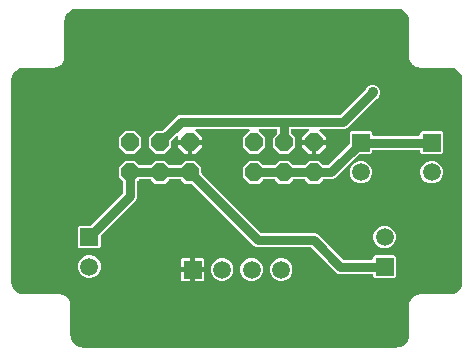
<source format=gbr>
G04 EAGLE Gerber RS-274X export*
G75*
%MOMM*%
%FSLAX34Y34*%
%LPD*%
%INBottom Copper*%
%IPPOS*%
%AMOC8*
5,1,8,0,0,1.08239X$1,22.5*%
G01*
%ADD10P,1.649562X8X22.500000*%
%ADD11R,1.508000X1.508000*%
%ADD12C,1.508000*%
%ADD13C,0.906400*%
%ADD14C,0.800000*%

G36*
X135046Y-140993D02*
X135046Y-140993D01*
X135087Y-140995D01*
X136824Y-140844D01*
X136918Y-140822D01*
X136995Y-140813D01*
X138679Y-140362D01*
X138768Y-140324D01*
X138843Y-140303D01*
X140422Y-139566D01*
X140503Y-139513D01*
X140573Y-139479D01*
X142001Y-138479D01*
X142072Y-138413D01*
X142134Y-138367D01*
X143367Y-137134D01*
X143425Y-137057D01*
X143479Y-137001D01*
X144479Y-135573D01*
X144518Y-135495D01*
X144563Y-135428D01*
X144563Y-135427D01*
X144566Y-135422D01*
X145303Y-133843D01*
X145331Y-133750D01*
X145362Y-133679D01*
X145813Y-131995D01*
X145825Y-131899D01*
X145844Y-131824D01*
X145995Y-130087D01*
X145993Y-130041D01*
X145999Y-130000D01*
X145999Y-105044D01*
X146140Y-103438D01*
X146546Y-101923D01*
X146765Y-101453D01*
X147208Y-100502D01*
X148108Y-99217D01*
X149217Y-98108D01*
X150502Y-97208D01*
X151923Y-96546D01*
X153438Y-96140D01*
X155044Y-95999D01*
X180000Y-95999D01*
X180046Y-95993D01*
X180087Y-95995D01*
X181824Y-95844D01*
X181918Y-95822D01*
X181995Y-95813D01*
X183679Y-95362D01*
X183768Y-95324D01*
X183843Y-95303D01*
X185422Y-94566D01*
X185503Y-94513D01*
X185573Y-94479D01*
X187001Y-93479D01*
X187072Y-93413D01*
X187134Y-93367D01*
X188367Y-92134D01*
X188425Y-92057D01*
X188479Y-92001D01*
X189479Y-90573D01*
X189523Y-90487D01*
X189566Y-90422D01*
X190014Y-89462D01*
X190303Y-88843D01*
X190331Y-88750D01*
X190362Y-88679D01*
X190813Y-86995D01*
X190825Y-86899D01*
X190844Y-86824D01*
X190995Y-85087D01*
X190993Y-85041D01*
X190999Y-85000D01*
X190999Y85000D01*
X190993Y85046D01*
X190995Y85087D01*
X190844Y86824D01*
X190822Y86918D01*
X190813Y86995D01*
X190362Y88679D01*
X190324Y88768D01*
X190303Y88843D01*
X189566Y90422D01*
X189513Y90503D01*
X189479Y90573D01*
X188479Y92001D01*
X188413Y92072D01*
X188367Y92134D01*
X187134Y93367D01*
X187057Y93425D01*
X187001Y93479D01*
X185573Y94479D01*
X185487Y94523D01*
X185422Y94566D01*
X183843Y95303D01*
X183750Y95331D01*
X183679Y95362D01*
X181995Y95813D01*
X181899Y95825D01*
X181824Y95844D01*
X180087Y95995D01*
X180041Y95993D01*
X180000Y95999D01*
X155044Y95999D01*
X153438Y96140D01*
X151923Y96546D01*
X150502Y97208D01*
X149217Y98108D01*
X148108Y99217D01*
X147208Y100502D01*
X146546Y101923D01*
X146140Y103438D01*
X145999Y105044D01*
X145999Y135000D01*
X145993Y135046D01*
X145995Y135087D01*
X145844Y136824D01*
X145824Y136907D01*
X145824Y136920D01*
X145820Y136937D01*
X145813Y136995D01*
X145362Y138679D01*
X145324Y138768D01*
X145303Y138843D01*
X144566Y140422D01*
X144513Y140503D01*
X144479Y140573D01*
X143479Y142001D01*
X143413Y142072D01*
X143367Y142134D01*
X142134Y143367D01*
X142057Y143425D01*
X142001Y143479D01*
X140573Y144479D01*
X140487Y144523D01*
X140422Y144566D01*
X138843Y145303D01*
X138750Y145331D01*
X138679Y145362D01*
X136995Y145813D01*
X136899Y145825D01*
X136824Y145844D01*
X135087Y145995D01*
X135041Y145993D01*
X135000Y145999D01*
X-135000Y145999D01*
X-135046Y145993D01*
X-135087Y145995D01*
X-136824Y145844D01*
X-136918Y145822D01*
X-136995Y145813D01*
X-138679Y145362D01*
X-138768Y145324D01*
X-138843Y145303D01*
X-140422Y144566D01*
X-140503Y144513D01*
X-140573Y144479D01*
X-142001Y143479D01*
X-142072Y143413D01*
X-142134Y143367D01*
X-143367Y142134D01*
X-143425Y142057D01*
X-143479Y142001D01*
X-144479Y140573D01*
X-144523Y140487D01*
X-144566Y140422D01*
X-144663Y140214D01*
X-145129Y139215D01*
X-145129Y139214D01*
X-145303Y138843D01*
X-145331Y138750D01*
X-145362Y138679D01*
X-145813Y136995D01*
X-145818Y136953D01*
X-145820Y136946D01*
X-145821Y136935D01*
X-145825Y136899D01*
X-145844Y136824D01*
X-145995Y135087D01*
X-145993Y135041D01*
X-145999Y135000D01*
X-145999Y105044D01*
X-146140Y103438D01*
X-146546Y101923D01*
X-146863Y101243D01*
X-147208Y100502D01*
X-148108Y99217D01*
X-149217Y98108D01*
X-150502Y97208D01*
X-151923Y96546D01*
X-153438Y96140D01*
X-155044Y95999D01*
X-180000Y95999D01*
X-180046Y95993D01*
X-180087Y95995D01*
X-181824Y95844D01*
X-181918Y95822D01*
X-181995Y95813D01*
X-183679Y95362D01*
X-183768Y95324D01*
X-183843Y95303D01*
X-185422Y94566D01*
X-185503Y94513D01*
X-185573Y94479D01*
X-187001Y93479D01*
X-187072Y93413D01*
X-187134Y93367D01*
X-188367Y92134D01*
X-188425Y92057D01*
X-188479Y92001D01*
X-189479Y90573D01*
X-189523Y90487D01*
X-189566Y90422D01*
X-189646Y90252D01*
X-189646Y90251D01*
X-190303Y88843D01*
X-190331Y88750D01*
X-190362Y88679D01*
X-190813Y86995D01*
X-190825Y86899D01*
X-190844Y86824D01*
X-190995Y85087D01*
X-190993Y85041D01*
X-190999Y85000D01*
X-190999Y-85000D01*
X-190993Y-85046D01*
X-190995Y-85087D01*
X-190844Y-86824D01*
X-190822Y-86918D01*
X-190813Y-86995D01*
X-190362Y-88679D01*
X-190324Y-88768D01*
X-190303Y-88843D01*
X-189566Y-90422D01*
X-189513Y-90503D01*
X-189479Y-90573D01*
X-188479Y-92001D01*
X-188413Y-92072D01*
X-188367Y-92134D01*
X-187134Y-93367D01*
X-187057Y-93425D01*
X-187001Y-93479D01*
X-185573Y-94479D01*
X-185487Y-94523D01*
X-185422Y-94566D01*
X-183843Y-95303D01*
X-183750Y-95331D01*
X-183679Y-95362D01*
X-181995Y-95813D01*
X-181899Y-95825D01*
X-181824Y-95844D01*
X-180087Y-95995D01*
X-180041Y-95993D01*
X-180000Y-95999D01*
X-150044Y-95999D01*
X-148438Y-96140D01*
X-146923Y-96546D01*
X-145502Y-97208D01*
X-144217Y-98108D01*
X-143108Y-99217D01*
X-142208Y-100502D01*
X-141546Y-101923D01*
X-141140Y-103438D01*
X-140999Y-105044D01*
X-140999Y-130000D01*
X-140993Y-130046D01*
X-140995Y-130087D01*
X-140844Y-131824D01*
X-140822Y-131918D01*
X-140813Y-131995D01*
X-140362Y-133679D01*
X-140324Y-133768D01*
X-140303Y-133843D01*
X-139566Y-135422D01*
X-139513Y-135503D01*
X-139479Y-135573D01*
X-138479Y-137001D01*
X-138413Y-137072D01*
X-138367Y-137134D01*
X-137134Y-138367D01*
X-137057Y-138425D01*
X-137001Y-138479D01*
X-135573Y-139479D01*
X-135487Y-139523D01*
X-135422Y-139566D01*
X-133843Y-140303D01*
X-133750Y-140331D01*
X-133679Y-140362D01*
X-131995Y-140813D01*
X-131899Y-140825D01*
X-131824Y-140844D01*
X-130087Y-140995D01*
X-130041Y-140993D01*
X-130000Y-140999D01*
X135000Y-140999D01*
X135046Y-140993D01*
G37*
%LPC*%
G36*
X116631Y-82041D02*
X116631Y-82041D01*
X115459Y-80869D01*
X115459Y-79500D01*
X115450Y-79436D01*
X115451Y-79372D01*
X115430Y-79297D01*
X115419Y-79221D01*
X115393Y-79162D01*
X115376Y-79100D01*
X115335Y-79034D01*
X115303Y-78964D01*
X115261Y-78915D01*
X115228Y-78860D01*
X115170Y-78808D01*
X115120Y-78750D01*
X115066Y-78714D01*
X115018Y-78671D01*
X114949Y-78638D01*
X114884Y-78595D01*
X114822Y-78576D01*
X114765Y-78548D01*
X114695Y-78537D01*
X114614Y-78513D01*
X114529Y-78512D01*
X114460Y-78501D01*
X86306Y-78501D01*
X84101Y-77587D01*
X62807Y-56293D01*
X62730Y-56236D01*
X62659Y-56171D01*
X62618Y-56151D01*
X62582Y-56124D01*
X62491Y-56090D01*
X62405Y-56048D01*
X62363Y-56042D01*
X62318Y-56025D01*
X62190Y-56015D01*
X62101Y-56001D01*
X16506Y-56001D01*
X14301Y-55087D01*
X12472Y-53259D01*
X-38173Y-2613D01*
X-38250Y-2556D01*
X-38321Y-2491D01*
X-38362Y-2471D01*
X-38398Y-2444D01*
X-38489Y-2410D01*
X-38575Y-2368D01*
X-38617Y-2362D01*
X-38662Y-2345D01*
X-38790Y-2335D01*
X-38879Y-2321D01*
X-43585Y-2321D01*
X-46912Y1007D01*
X-46989Y1064D01*
X-47061Y1129D01*
X-47101Y1149D01*
X-47138Y1176D01*
X-47228Y1210D01*
X-47314Y1252D01*
X-47356Y1258D01*
X-47402Y1275D01*
X-47529Y1285D01*
X-47619Y1299D01*
X-56981Y1299D01*
X-57076Y1286D01*
X-57172Y1281D01*
X-57215Y1266D01*
X-57260Y1259D01*
X-57348Y1220D01*
X-57439Y1188D01*
X-57473Y1163D01*
X-57517Y1143D01*
X-57615Y1060D01*
X-57688Y1007D01*
X-61015Y-2321D01*
X-68985Y-2321D01*
X-72312Y1007D01*
X-72389Y1064D01*
X-72461Y1129D01*
X-72501Y1149D01*
X-72538Y1176D01*
X-72628Y1210D01*
X-72714Y1252D01*
X-72756Y1258D01*
X-72802Y1275D01*
X-72929Y1285D01*
X-73019Y1299D01*
X-82381Y1299D01*
X-82476Y1286D01*
X-82572Y1281D01*
X-82615Y1266D01*
X-82660Y1259D01*
X-82748Y1220D01*
X-82839Y1188D01*
X-82873Y1163D01*
X-82917Y1143D01*
X-83014Y1060D01*
X-83088Y1007D01*
X-84107Y-12D01*
X-84164Y-89D01*
X-84229Y-161D01*
X-84249Y-201D01*
X-84276Y-238D01*
X-84310Y-328D01*
X-84352Y-414D01*
X-84358Y-456D01*
X-84375Y-502D01*
X-84385Y-629D01*
X-84399Y-719D01*
X-84399Y-14094D01*
X-85313Y-16299D01*
X-87141Y-18128D01*
X-115167Y-46153D01*
X-115224Y-46230D01*
X-115289Y-46301D01*
X-115309Y-46342D01*
X-115336Y-46378D01*
X-115370Y-46468D01*
X-115412Y-46555D01*
X-115418Y-46597D01*
X-115435Y-46642D01*
X-115445Y-46770D01*
X-115459Y-46859D01*
X-115459Y-55869D01*
X-116631Y-57041D01*
X-133369Y-57041D01*
X-134541Y-55869D01*
X-134541Y-39131D01*
X-133369Y-37959D01*
X-124359Y-37959D01*
X-124265Y-37946D01*
X-124168Y-37941D01*
X-124125Y-37926D01*
X-124080Y-37919D01*
X-123993Y-37880D01*
X-123902Y-37848D01*
X-123867Y-37823D01*
X-123823Y-37803D01*
X-123726Y-37720D01*
X-123653Y-37667D01*
X-96693Y-10707D01*
X-96636Y-10630D01*
X-96571Y-10559D01*
X-96551Y-10518D01*
X-96524Y-10482D01*
X-96490Y-10391D01*
X-96448Y-10305D01*
X-96442Y-10263D01*
X-96425Y-10218D01*
X-96415Y-10090D01*
X-96401Y-10001D01*
X-96401Y-719D01*
X-96414Y-624D01*
X-96419Y-528D01*
X-96434Y-485D01*
X-96441Y-440D01*
X-96480Y-352D01*
X-96512Y-261D01*
X-96537Y-227D01*
X-96557Y-183D01*
X-96640Y-86D01*
X-96693Y-12D01*
X-100021Y3315D01*
X-100021Y11285D01*
X-94385Y16921D01*
X-86415Y16921D01*
X-83088Y13593D01*
X-83011Y13536D01*
X-82939Y13471D01*
X-82899Y13451D01*
X-82862Y13424D01*
X-82772Y13390D01*
X-82686Y13348D01*
X-82644Y13342D01*
X-82598Y13325D01*
X-82471Y13315D01*
X-82381Y13301D01*
X-73019Y13301D01*
X-72924Y13314D01*
X-72828Y13319D01*
X-72785Y13334D01*
X-72740Y13341D01*
X-72652Y13380D01*
X-72561Y13412D01*
X-72527Y13437D01*
X-72483Y13457D01*
X-72386Y13540D01*
X-72312Y13593D01*
X-68985Y16921D01*
X-61015Y16921D01*
X-57688Y13593D01*
X-57611Y13536D01*
X-57539Y13471D01*
X-57499Y13451D01*
X-57462Y13424D01*
X-57372Y13390D01*
X-57286Y13348D01*
X-57244Y13342D01*
X-57198Y13325D01*
X-57071Y13315D01*
X-56981Y13301D01*
X-47619Y13301D01*
X-47524Y13314D01*
X-47428Y13319D01*
X-47385Y13334D01*
X-47340Y13341D01*
X-47252Y13380D01*
X-47161Y13412D01*
X-47127Y13437D01*
X-47083Y13457D01*
X-46985Y13540D01*
X-46912Y13593D01*
X-43585Y16921D01*
X-35615Y16921D01*
X-29979Y11285D01*
X-29979Y6579D01*
X-29966Y6485D01*
X-29961Y6388D01*
X-29946Y6345D01*
X-29939Y6300D01*
X-29900Y6213D01*
X-29868Y6122D01*
X-29843Y6087D01*
X-29823Y6043D01*
X-29740Y5946D01*
X-29687Y5873D01*
X19893Y-43707D01*
X19970Y-43764D01*
X20041Y-43829D01*
X20082Y-43849D01*
X20118Y-43876D01*
X20209Y-43910D01*
X20295Y-43952D01*
X20337Y-43958D01*
X20382Y-43975D01*
X20510Y-43985D01*
X20599Y-43999D01*
X66194Y-43999D01*
X68399Y-44913D01*
X89693Y-66207D01*
X89770Y-66264D01*
X89841Y-66329D01*
X89882Y-66349D01*
X89918Y-66376D01*
X90009Y-66410D01*
X90095Y-66452D01*
X90137Y-66458D01*
X90182Y-66475D01*
X90310Y-66485D01*
X90399Y-66499D01*
X114460Y-66499D01*
X114524Y-66490D01*
X114588Y-66491D01*
X114663Y-66470D01*
X114739Y-66459D01*
X114798Y-66433D01*
X114860Y-66416D01*
X114926Y-66375D01*
X114996Y-66343D01*
X115045Y-66301D01*
X115100Y-66268D01*
X115152Y-66210D01*
X115210Y-66160D01*
X115246Y-66106D01*
X115289Y-66058D01*
X115322Y-65989D01*
X115365Y-65924D01*
X115384Y-65862D01*
X115412Y-65805D01*
X115423Y-65735D01*
X115447Y-65654D01*
X115448Y-65569D01*
X115459Y-65500D01*
X115459Y-64131D01*
X116631Y-62959D01*
X133369Y-62959D01*
X134541Y-64131D01*
X134541Y-80869D01*
X133369Y-82041D01*
X116631Y-82041D01*
G37*
%LPD*%
%LPC*%
G36*
X-68985Y23079D02*
X-68985Y23079D01*
X-74621Y28715D01*
X-74621Y36685D01*
X-68985Y42321D01*
X-64279Y42321D01*
X-64185Y42334D01*
X-64088Y42339D01*
X-64045Y42354D01*
X-64000Y42361D01*
X-63913Y42400D01*
X-63822Y42432D01*
X-63787Y42457D01*
X-63743Y42477D01*
X-63646Y42560D01*
X-63573Y42613D01*
X-51099Y55087D01*
X-48894Y56001D01*
X87101Y56001D01*
X87195Y56014D01*
X87292Y56019D01*
X87335Y56034D01*
X87380Y56041D01*
X87467Y56080D01*
X87558Y56112D01*
X87593Y56137D01*
X87637Y56157D01*
X87734Y56240D01*
X87807Y56293D01*
X108789Y77276D01*
X108814Y77309D01*
X108845Y77337D01*
X108890Y77410D01*
X108959Y77501D01*
X108979Y77556D01*
X109006Y77600D01*
X109462Y78701D01*
X111299Y80538D01*
X113701Y81533D01*
X116299Y81533D01*
X118701Y80538D01*
X120538Y78701D01*
X121533Y76299D01*
X121533Y73701D01*
X120538Y71299D01*
X118701Y69462D01*
X117600Y69006D01*
X117564Y68985D01*
X117525Y68971D01*
X117455Y68920D01*
X117357Y68862D01*
X117317Y68819D01*
X117276Y68789D01*
X93399Y44913D01*
X91194Y43999D01*
X70883Y43999D01*
X70851Y43995D01*
X70818Y43997D01*
X70712Y43975D01*
X70603Y43959D01*
X70574Y43946D01*
X70542Y43940D01*
X70446Y43888D01*
X70346Y43843D01*
X70322Y43822D01*
X70293Y43807D01*
X70215Y43731D01*
X70132Y43660D01*
X70114Y43633D01*
X70091Y43610D01*
X70038Y43515D01*
X69978Y43424D01*
X69968Y43393D01*
X69952Y43365D01*
X69927Y43258D01*
X69895Y43154D01*
X69895Y43122D01*
X69887Y43091D01*
X69893Y42981D01*
X69892Y42872D01*
X69900Y42841D01*
X69902Y42809D01*
X69938Y42706D01*
X69967Y42600D01*
X69984Y42573D01*
X69994Y42542D01*
X70048Y42469D01*
X70115Y42360D01*
X70151Y42328D01*
X70176Y42293D01*
X75561Y36909D01*
X75561Y34699D01*
X66400Y34699D01*
X66337Y34690D01*
X66272Y34691D01*
X66198Y34670D01*
X66121Y34659D01*
X66062Y34633D01*
X66000Y34616D01*
X65934Y34575D01*
X65864Y34543D01*
X65815Y34501D01*
X65760Y34468D01*
X65709Y34410D01*
X65650Y34360D01*
X65614Y34306D01*
X65571Y34258D01*
X65538Y34189D01*
X65495Y34124D01*
X65476Y34062D01*
X65448Y34005D01*
X65438Y33935D01*
X65413Y33854D01*
X65412Y33769D01*
X65401Y33700D01*
X65401Y32699D01*
X65399Y32699D01*
X65399Y33700D01*
X65390Y33764D01*
X65391Y33828D01*
X65370Y33903D01*
X65359Y33979D01*
X65333Y34038D01*
X65316Y34100D01*
X65275Y34166D01*
X65243Y34236D01*
X65201Y34285D01*
X65168Y34340D01*
X65110Y34392D01*
X65060Y34450D01*
X65006Y34486D01*
X64958Y34529D01*
X64889Y34562D01*
X64824Y34605D01*
X64762Y34624D01*
X64704Y34652D01*
X64635Y34662D01*
X64554Y34687D01*
X64469Y34688D01*
X64400Y34699D01*
X55239Y34699D01*
X55239Y36909D01*
X60624Y42293D01*
X60643Y42319D01*
X60668Y42340D01*
X60728Y42432D01*
X60793Y42519D01*
X60805Y42549D01*
X60822Y42576D01*
X60854Y42681D01*
X60893Y42783D01*
X60895Y42815D01*
X60905Y42846D01*
X60906Y42955D01*
X60915Y43064D01*
X60908Y43096D01*
X60908Y43128D01*
X60879Y43233D01*
X60857Y43340D01*
X60842Y43369D01*
X60833Y43400D01*
X60776Y43493D01*
X60725Y43589D01*
X60702Y43612D01*
X60685Y43640D01*
X60604Y43713D01*
X60528Y43791D01*
X60500Y43807D01*
X60476Y43829D01*
X60378Y43876D01*
X60282Y43930D01*
X60251Y43938D01*
X60222Y43952D01*
X60133Y43966D01*
X60008Y43995D01*
X59959Y43993D01*
X59917Y43999D01*
X47000Y43999D01*
X46936Y43990D01*
X46872Y43991D01*
X46797Y43970D01*
X46721Y43959D01*
X46662Y43933D01*
X46600Y43916D01*
X46534Y43875D01*
X46464Y43843D01*
X46415Y43801D01*
X46360Y43768D01*
X46308Y43710D01*
X46250Y43660D01*
X46214Y43606D01*
X46171Y43558D01*
X46138Y43489D01*
X46095Y43424D01*
X46076Y43362D01*
X46048Y43305D01*
X46037Y43235D01*
X46013Y43154D01*
X46012Y43069D01*
X46001Y43000D01*
X46001Y40719D01*
X46014Y40624D01*
X46019Y40528D01*
X46034Y40485D01*
X46041Y40440D01*
X46080Y40352D01*
X46112Y40261D01*
X46137Y40227D01*
X46157Y40183D01*
X46240Y40085D01*
X46293Y40012D01*
X49621Y36685D01*
X49621Y28715D01*
X43985Y23079D01*
X36015Y23079D01*
X30379Y28715D01*
X30379Y36685D01*
X33707Y40012D01*
X33764Y40089D01*
X33829Y40161D01*
X33849Y40202D01*
X33876Y40238D01*
X33910Y40328D01*
X33952Y40414D01*
X33958Y40456D01*
X33975Y40502D01*
X33985Y40629D01*
X33999Y40719D01*
X33999Y43000D01*
X33990Y43064D01*
X33991Y43128D01*
X33970Y43203D01*
X33959Y43279D01*
X33933Y43338D01*
X33916Y43400D01*
X33875Y43466D01*
X33843Y43536D01*
X33801Y43585D01*
X33768Y43640D01*
X33710Y43692D01*
X33660Y43750D01*
X33606Y43786D01*
X33558Y43829D01*
X33489Y43862D01*
X33424Y43905D01*
X33362Y43924D01*
X33305Y43952D01*
X33235Y43963D01*
X33154Y43987D01*
X33069Y43988D01*
X33000Y43999D01*
X19319Y43999D01*
X19287Y43995D01*
X19255Y43997D01*
X19148Y43975D01*
X19040Y43959D01*
X19010Y43946D01*
X18979Y43940D01*
X18882Y43888D01*
X18783Y43843D01*
X18758Y43822D01*
X18730Y43807D01*
X18652Y43731D01*
X18568Y43660D01*
X18551Y43633D01*
X18528Y43610D01*
X18474Y43515D01*
X18414Y43424D01*
X18405Y43393D01*
X18389Y43365D01*
X18363Y43258D01*
X18332Y43154D01*
X18331Y43122D01*
X18324Y43091D01*
X18329Y42981D01*
X18328Y42872D01*
X18336Y42841D01*
X18338Y42809D01*
X18374Y42706D01*
X18403Y42600D01*
X18420Y42573D01*
X18431Y42542D01*
X18484Y42469D01*
X18551Y42360D01*
X18587Y42328D01*
X18612Y42293D01*
X24221Y36685D01*
X24221Y28715D01*
X18585Y23079D01*
X10615Y23079D01*
X4979Y28715D01*
X4979Y36685D01*
X10588Y42293D01*
X10607Y42319D01*
X10632Y42340D01*
X10691Y42432D01*
X10757Y42519D01*
X10768Y42549D01*
X10786Y42576D01*
X10818Y42681D01*
X10857Y42783D01*
X10859Y42815D01*
X10868Y42846D01*
X10870Y42955D01*
X10878Y43064D01*
X10872Y43096D01*
X10872Y43128D01*
X10843Y43233D01*
X10821Y43340D01*
X10806Y43369D01*
X10797Y43400D01*
X10740Y43493D01*
X10688Y43589D01*
X10666Y43612D01*
X10649Y43640D01*
X10568Y43713D01*
X10491Y43791D01*
X10463Y43807D01*
X10440Y43829D01*
X10341Y43876D01*
X10246Y43930D01*
X10215Y43938D01*
X10186Y43952D01*
X10096Y43966D01*
X9972Y43995D01*
X9923Y43993D01*
X9881Y43999D01*
X-34117Y43999D01*
X-34149Y43995D01*
X-34182Y43997D01*
X-34288Y43975D01*
X-34397Y43959D01*
X-34426Y43946D01*
X-34458Y43940D01*
X-34554Y43888D01*
X-34654Y43843D01*
X-34678Y43822D01*
X-34707Y43807D01*
X-34785Y43731D01*
X-34868Y43660D01*
X-34886Y43633D01*
X-34909Y43610D01*
X-34962Y43515D01*
X-35022Y43424D01*
X-35032Y43393D01*
X-35048Y43365D01*
X-35073Y43258D01*
X-35105Y43154D01*
X-35105Y43122D01*
X-35113Y43091D01*
X-35107Y42981D01*
X-35108Y42872D01*
X-35100Y42841D01*
X-35098Y42809D01*
X-35062Y42706D01*
X-35033Y42600D01*
X-35016Y42573D01*
X-35006Y42542D01*
X-34952Y42469D01*
X-34885Y42360D01*
X-34849Y42328D01*
X-34824Y42293D01*
X-29439Y36909D01*
X-29439Y34699D01*
X-38600Y34699D01*
X-38663Y34690D01*
X-38728Y34691D01*
X-38802Y34670D01*
X-38879Y34659D01*
X-38938Y34633D01*
X-39000Y34616D01*
X-39066Y34575D01*
X-39136Y34543D01*
X-39185Y34501D01*
X-39240Y34468D01*
X-39291Y34410D01*
X-39350Y34360D01*
X-39386Y34306D01*
X-39429Y34258D01*
X-39462Y34189D01*
X-39505Y34124D01*
X-39524Y34062D01*
X-39552Y34005D01*
X-39562Y33935D01*
X-39587Y33854D01*
X-39588Y33769D01*
X-39599Y33700D01*
X-39599Y32699D01*
X-39601Y32699D01*
X-39601Y33700D01*
X-39610Y33764D01*
X-39609Y33828D01*
X-39630Y33903D01*
X-39641Y33979D01*
X-39667Y34038D01*
X-39684Y34100D01*
X-39725Y34166D01*
X-39757Y34236D01*
X-39799Y34285D01*
X-39832Y34340D01*
X-39890Y34392D01*
X-39940Y34450D01*
X-39994Y34486D01*
X-40042Y34529D01*
X-40111Y34562D01*
X-40176Y34605D01*
X-40238Y34624D01*
X-40296Y34652D01*
X-40365Y34662D01*
X-40446Y34687D01*
X-40531Y34688D01*
X-40600Y34699D01*
X-49761Y34699D01*
X-49761Y37041D01*
X-49765Y37073D01*
X-49763Y37105D01*
X-49785Y37212D01*
X-49801Y37320D01*
X-49814Y37349D01*
X-49820Y37381D01*
X-49872Y37477D01*
X-49917Y37577D01*
X-49938Y37601D01*
X-49953Y37630D01*
X-50029Y37708D01*
X-50100Y37791D01*
X-50127Y37809D01*
X-50150Y37832D01*
X-50245Y37886D01*
X-50336Y37945D01*
X-50367Y37955D01*
X-50395Y37971D01*
X-50501Y37996D01*
X-50606Y38028D01*
X-50638Y38028D01*
X-50669Y38036D01*
X-50779Y38030D01*
X-50888Y38032D01*
X-50919Y38023D01*
X-50951Y38021D01*
X-51054Y37986D01*
X-51160Y37956D01*
X-51187Y37939D01*
X-51218Y37929D01*
X-51291Y37876D01*
X-51400Y37808D01*
X-51432Y37772D01*
X-51467Y37747D01*
X-55087Y34127D01*
X-55144Y34050D01*
X-55209Y33979D01*
X-55229Y33938D01*
X-55256Y33902D01*
X-55290Y33811D01*
X-55332Y33725D01*
X-55338Y33683D01*
X-55355Y33638D01*
X-55365Y33510D01*
X-55379Y33421D01*
X-55379Y28715D01*
X-61015Y23079D01*
X-68985Y23079D01*
G37*
%LPD*%
%LPC*%
G36*
X10615Y-2321D02*
X10615Y-2321D01*
X4979Y3315D01*
X4979Y11285D01*
X10615Y16921D01*
X18585Y16921D01*
X21912Y13593D01*
X21989Y13536D01*
X22061Y13471D01*
X22102Y13451D01*
X22138Y13424D01*
X22228Y13390D01*
X22314Y13348D01*
X22356Y13342D01*
X22402Y13325D01*
X22529Y13315D01*
X22619Y13301D01*
X31981Y13301D01*
X32076Y13314D01*
X32172Y13319D01*
X32215Y13334D01*
X32260Y13341D01*
X32348Y13380D01*
X32439Y13412D01*
X32473Y13437D01*
X32517Y13457D01*
X32615Y13540D01*
X32688Y13593D01*
X36015Y16921D01*
X43985Y16921D01*
X47312Y13593D01*
X47389Y13536D01*
X47461Y13471D01*
X47502Y13451D01*
X47538Y13424D01*
X47628Y13390D01*
X47714Y13348D01*
X47756Y13342D01*
X47802Y13325D01*
X47929Y13315D01*
X48019Y13301D01*
X57381Y13301D01*
X57476Y13314D01*
X57572Y13319D01*
X57615Y13334D01*
X57660Y13341D01*
X57748Y13380D01*
X57839Y13412D01*
X57873Y13437D01*
X57917Y13457D01*
X58015Y13540D01*
X58088Y13593D01*
X61415Y16921D01*
X69385Y16921D01*
X72712Y13593D01*
X72789Y13536D01*
X72861Y13471D01*
X72902Y13451D01*
X72938Y13424D01*
X73028Y13390D01*
X73114Y13348D01*
X73156Y13342D01*
X73202Y13325D01*
X73329Y13315D01*
X73419Y13301D01*
X76901Y13301D01*
X76995Y13314D01*
X77092Y13319D01*
X77135Y13334D01*
X77180Y13341D01*
X77267Y13380D01*
X77358Y13412D01*
X77393Y13437D01*
X77437Y13457D01*
X77534Y13540D01*
X77607Y13593D01*
X95167Y31153D01*
X95210Y31211D01*
X95211Y31213D01*
X95224Y31230D01*
X95289Y31301D01*
X95309Y31342D01*
X95336Y31378D01*
X95358Y31436D01*
X95365Y31447D01*
X95374Y31477D01*
X95412Y31555D01*
X95418Y31597D01*
X95435Y31642D01*
X95439Y31690D01*
X95447Y31717D01*
X95448Y31789D01*
X95459Y31859D01*
X95459Y40869D01*
X96631Y42041D01*
X113369Y42041D01*
X114541Y40869D01*
X114541Y39500D01*
X114550Y39436D01*
X114549Y39372D01*
X114570Y39297D01*
X114581Y39221D01*
X114607Y39162D01*
X114624Y39100D01*
X114665Y39034D01*
X114697Y38964D01*
X114739Y38915D01*
X114772Y38860D01*
X114830Y38808D01*
X114880Y38750D01*
X114934Y38714D01*
X114982Y38671D01*
X115051Y38638D01*
X115116Y38595D01*
X115178Y38576D01*
X115235Y38548D01*
X115305Y38537D01*
X115386Y38513D01*
X115471Y38512D01*
X115540Y38501D01*
X154460Y38501D01*
X154524Y38510D01*
X154588Y38509D01*
X154663Y38530D01*
X154739Y38541D01*
X154798Y38567D01*
X154860Y38584D01*
X154926Y38625D01*
X154996Y38657D01*
X155045Y38699D01*
X155100Y38732D01*
X155152Y38790D01*
X155210Y38840D01*
X155246Y38894D01*
X155289Y38942D01*
X155322Y39011D01*
X155365Y39076D01*
X155384Y39138D01*
X155412Y39195D01*
X155423Y39265D01*
X155447Y39346D01*
X155448Y39431D01*
X155459Y39500D01*
X155459Y40869D01*
X156631Y42041D01*
X173369Y42041D01*
X174541Y40869D01*
X174541Y24131D01*
X173369Y22959D01*
X156631Y22959D01*
X155459Y24131D01*
X155459Y25500D01*
X155450Y25564D01*
X155451Y25628D01*
X155430Y25703D01*
X155419Y25779D01*
X155393Y25838D01*
X155376Y25900D01*
X155335Y25966D01*
X155303Y26036D01*
X155261Y26085D01*
X155228Y26140D01*
X155170Y26192D01*
X155120Y26250D01*
X155066Y26286D01*
X155018Y26329D01*
X154949Y26362D01*
X154884Y26405D01*
X154822Y26424D01*
X154765Y26452D01*
X154695Y26463D01*
X154614Y26487D01*
X154529Y26488D01*
X154460Y26499D01*
X115540Y26499D01*
X115476Y26490D01*
X115412Y26491D01*
X115337Y26470D01*
X115261Y26459D01*
X115202Y26433D01*
X115140Y26416D01*
X115074Y26375D01*
X115004Y26343D01*
X114955Y26301D01*
X114900Y26268D01*
X114848Y26210D01*
X114790Y26160D01*
X114754Y26106D01*
X114711Y26058D01*
X114678Y25989D01*
X114635Y25924D01*
X114616Y25862D01*
X114588Y25805D01*
X114577Y25735D01*
X114553Y25654D01*
X114552Y25569D01*
X114541Y25500D01*
X114541Y24131D01*
X113369Y22959D01*
X104359Y22959D01*
X104265Y22946D01*
X104168Y22941D01*
X104125Y22926D01*
X104080Y22919D01*
X103993Y22880D01*
X103902Y22848D01*
X103867Y22823D01*
X103823Y22803D01*
X103726Y22720D01*
X103653Y22667D01*
X83199Y2213D01*
X80994Y1299D01*
X73419Y1299D01*
X73324Y1286D01*
X73228Y1281D01*
X73185Y1266D01*
X73140Y1259D01*
X73052Y1220D01*
X72961Y1188D01*
X72927Y1163D01*
X72883Y1143D01*
X72786Y1060D01*
X72712Y1007D01*
X69385Y-2321D01*
X61415Y-2321D01*
X58088Y1007D01*
X58011Y1064D01*
X57939Y1129D01*
X57899Y1149D01*
X57862Y1176D01*
X57772Y1210D01*
X57686Y1252D01*
X57644Y1258D01*
X57598Y1275D01*
X57471Y1285D01*
X57381Y1299D01*
X48019Y1299D01*
X47924Y1286D01*
X47828Y1281D01*
X47785Y1266D01*
X47740Y1259D01*
X47652Y1220D01*
X47561Y1188D01*
X47527Y1163D01*
X47483Y1143D01*
X47386Y1060D01*
X47312Y1007D01*
X43985Y-2321D01*
X36015Y-2321D01*
X32688Y1007D01*
X32611Y1064D01*
X32539Y1129D01*
X32499Y1149D01*
X32462Y1176D01*
X32372Y1210D01*
X32286Y1252D01*
X32244Y1258D01*
X32198Y1275D01*
X32071Y1285D01*
X31981Y1299D01*
X22619Y1299D01*
X22524Y1286D01*
X22428Y1281D01*
X22385Y1266D01*
X22340Y1259D01*
X22252Y1220D01*
X22161Y1188D01*
X22127Y1163D01*
X22083Y1143D01*
X21986Y1060D01*
X21912Y1007D01*
X18585Y-2321D01*
X10615Y-2321D01*
G37*
%LPD*%
%LPC*%
G36*
X-94385Y23079D02*
X-94385Y23079D01*
X-100021Y28715D01*
X-100021Y36685D01*
X-94385Y42321D01*
X-86415Y42321D01*
X-80779Y36685D01*
X-80779Y28715D01*
X-86415Y23079D01*
X-94385Y23079D01*
G37*
%LPD*%
%LPC*%
G36*
X123102Y-57041D02*
X123102Y-57041D01*
X119596Y-55588D01*
X116912Y-52904D01*
X115459Y-49398D01*
X115459Y-45602D01*
X116912Y-42096D01*
X119596Y-39412D01*
X123102Y-37959D01*
X126898Y-37959D01*
X130404Y-39412D01*
X133088Y-42096D01*
X134541Y-45602D01*
X134541Y-49398D01*
X133088Y-52904D01*
X130404Y-55588D01*
X126898Y-57041D01*
X123102Y-57041D01*
G37*
%LPD*%
%LPC*%
G36*
X-126898Y-82041D02*
X-126898Y-82041D01*
X-130404Y-80588D01*
X-133088Y-77904D01*
X-134541Y-74398D01*
X-134541Y-70602D01*
X-133088Y-67096D01*
X-130404Y-64412D01*
X-126898Y-62959D01*
X-123102Y-62959D01*
X-119596Y-64412D01*
X-116912Y-67096D01*
X-115459Y-70602D01*
X-115459Y-74398D01*
X-116912Y-77904D01*
X-119596Y-80588D01*
X-123102Y-82041D01*
X-126898Y-82041D01*
G37*
%LPD*%
%LPC*%
G36*
X35602Y-84541D02*
X35602Y-84541D01*
X32096Y-83088D01*
X29412Y-80404D01*
X27959Y-76898D01*
X27959Y-73102D01*
X29412Y-69596D01*
X32096Y-66912D01*
X35602Y-65459D01*
X39398Y-65459D01*
X42904Y-66912D01*
X45588Y-69596D01*
X47041Y-73102D01*
X47041Y-76898D01*
X45588Y-80404D01*
X42904Y-83088D01*
X39398Y-84541D01*
X35602Y-84541D01*
G37*
%LPD*%
%LPC*%
G36*
X10602Y-84541D02*
X10602Y-84541D01*
X7096Y-83088D01*
X4412Y-80404D01*
X2959Y-76898D01*
X2959Y-73102D01*
X4412Y-69596D01*
X7096Y-66912D01*
X10602Y-65459D01*
X14398Y-65459D01*
X17904Y-66912D01*
X20588Y-69596D01*
X22041Y-73102D01*
X22041Y-76898D01*
X20588Y-80404D01*
X17904Y-83088D01*
X14398Y-84541D01*
X10602Y-84541D01*
G37*
%LPD*%
%LPC*%
G36*
X-14398Y-84541D02*
X-14398Y-84541D01*
X-17904Y-83088D01*
X-20588Y-80404D01*
X-22041Y-76898D01*
X-22041Y-73102D01*
X-20588Y-69596D01*
X-17904Y-66912D01*
X-14398Y-65459D01*
X-10602Y-65459D01*
X-7096Y-66912D01*
X-4412Y-69596D01*
X-2959Y-73102D01*
X-2959Y-76898D01*
X-4412Y-80404D01*
X-7096Y-83088D01*
X-10602Y-84541D01*
X-14398Y-84541D01*
G37*
%LPD*%
%LPC*%
G36*
X163102Y-2041D02*
X163102Y-2041D01*
X159596Y-588D01*
X156912Y2096D01*
X155459Y5602D01*
X155459Y9398D01*
X156912Y12904D01*
X159596Y15588D01*
X163102Y17041D01*
X166898Y17041D01*
X170404Y15588D01*
X173088Y12904D01*
X174541Y9398D01*
X174541Y5602D01*
X173088Y2096D01*
X170404Y-588D01*
X166898Y-2041D01*
X163102Y-2041D01*
G37*
%LPD*%
%LPC*%
G36*
X103102Y-2041D02*
X103102Y-2041D01*
X99596Y-588D01*
X96912Y2096D01*
X95459Y5602D01*
X95459Y9398D01*
X96912Y12904D01*
X99596Y15588D01*
X103102Y17041D01*
X106898Y17041D01*
X110404Y15588D01*
X113088Y12904D01*
X114541Y9398D01*
X114541Y5602D01*
X113088Y2096D01*
X110404Y-588D01*
X106898Y-2041D01*
X103102Y-2041D01*
G37*
%LPD*%
%LPC*%
G36*
X-45375Y-85081D02*
X-45375Y-85081D01*
X-46021Y-84908D01*
X-46600Y-84573D01*
X-47073Y-84100D01*
X-47408Y-83521D01*
X-47581Y-82875D01*
X-47581Y-76999D01*
X-39499Y-76999D01*
X-39499Y-85081D01*
X-45375Y-85081D01*
G37*
%LPD*%
%LPC*%
G36*
X-35501Y-85081D02*
X-35501Y-85081D01*
X-35501Y-76999D01*
X-27419Y-76999D01*
X-27419Y-82875D01*
X-27592Y-83521D01*
X-27927Y-84100D01*
X-28400Y-84573D01*
X-28979Y-84908D01*
X-29625Y-85081D01*
X-35501Y-85081D01*
G37*
%LPD*%
%LPC*%
G36*
X-47581Y-73001D02*
X-47581Y-73001D01*
X-47581Y-67125D01*
X-47408Y-66479D01*
X-47073Y-65900D01*
X-46600Y-65427D01*
X-46021Y-65092D01*
X-45375Y-64919D01*
X-39499Y-64919D01*
X-39499Y-73001D01*
X-47581Y-73001D01*
G37*
%LPD*%
%LPC*%
G36*
X-35501Y-73001D02*
X-35501Y-73001D01*
X-35501Y-64919D01*
X-29625Y-64919D01*
X-28979Y-65092D01*
X-28400Y-65427D01*
X-27927Y-65900D01*
X-27592Y-66479D01*
X-27419Y-67125D01*
X-27419Y-73001D01*
X-35501Y-73001D01*
G37*
%LPD*%
%LPC*%
G36*
X67399Y22539D02*
X67399Y22539D01*
X67399Y30701D01*
X75561Y30701D01*
X75561Y28491D01*
X69609Y22539D01*
X67399Y22539D01*
G37*
%LPD*%
%LPC*%
G36*
X-43809Y22539D02*
X-43809Y22539D01*
X-49761Y28491D01*
X-49761Y30701D01*
X-41599Y30701D01*
X-41599Y22539D01*
X-43809Y22539D01*
G37*
%LPD*%
%LPC*%
G36*
X61191Y22539D02*
X61191Y22539D01*
X55239Y28491D01*
X55239Y30701D01*
X63401Y30701D01*
X63401Y22539D01*
X61191Y22539D01*
G37*
%LPD*%
%LPC*%
G36*
X-37601Y22539D02*
X-37601Y22539D01*
X-37601Y30701D01*
X-29439Y30701D01*
X-29439Y28491D01*
X-35391Y22539D01*
X-37601Y22539D01*
G37*
%LPD*%
%LPC*%
G36*
X-37501Y-75001D02*
X-37501Y-75001D01*
X-37501Y-74999D01*
X-37499Y-74999D01*
X-37499Y-75001D01*
X-37501Y-75001D01*
G37*
%LPD*%
D10*
X-90400Y7300D03*
X-90400Y32700D03*
X-65000Y7300D03*
X-65000Y32700D03*
X-39600Y7300D03*
X-39600Y32700D03*
X14600Y7300D03*
X14600Y32700D03*
X40000Y7300D03*
X40000Y32700D03*
X65400Y7300D03*
X65400Y32700D03*
D11*
X125000Y-72500D03*
D12*
X125000Y-47500D03*
D11*
X-125000Y-47500D03*
D12*
X-125000Y-72500D03*
D11*
X165000Y32500D03*
D12*
X165000Y7500D03*
D11*
X105000Y32500D03*
D12*
X105000Y7500D03*
D11*
X-37500Y-75000D03*
D12*
X-12500Y-75000D03*
X12500Y-75000D03*
X37500Y-75000D03*
D13*
X-115000Y75000D03*
X15000Y75000D03*
X115000Y75000D03*
D14*
X-47700Y50000D02*
X-65000Y32700D01*
X-47700Y50000D02*
X40000Y50000D01*
X40000Y32700D01*
X40000Y50000D02*
X90000Y50000D01*
X115000Y75000D01*
X-65000Y7300D02*
X-90400Y7300D01*
X-65000Y7300D02*
X-39600Y7300D01*
X-90400Y-12900D02*
X-125000Y-47500D01*
X-90400Y-12900D02*
X-90400Y7300D01*
X-39600Y7300D02*
X17700Y-50000D01*
X65000Y-50000D01*
X87500Y-72500D02*
X125000Y-72500D01*
X87500Y-72500D02*
X65000Y-50000D01*
X40000Y7300D02*
X14600Y7300D01*
X40000Y7300D02*
X65400Y7300D01*
X105000Y32500D02*
X165000Y32500D01*
X79800Y7300D02*
X65400Y7300D01*
X79800Y7300D02*
X105000Y32500D01*
M02*

</source>
